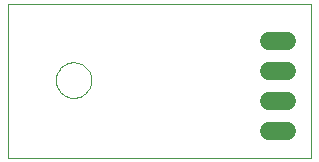
<source format=gbl>
G75*
G70*
%OFA0B0*%
%FSLAX24Y24*%
%IPPOS*%
%LPD*%
%AMOC8*
5,1,8,0,0,1.08239X$1,22.5*
%
%ADD10C,0.0000*%
%ADD11C,0.0600*%
D10*
X000101Y000381D02*
X000101Y005527D01*
X010221Y005527D01*
X010221Y000381D01*
X000101Y000381D01*
X001710Y002981D02*
X001712Y003029D01*
X001718Y003077D01*
X001728Y003124D01*
X001741Y003170D01*
X001759Y003215D01*
X001779Y003259D01*
X001804Y003301D01*
X001832Y003340D01*
X001862Y003377D01*
X001896Y003411D01*
X001933Y003443D01*
X001971Y003472D01*
X002012Y003497D01*
X002055Y003519D01*
X002100Y003537D01*
X002146Y003551D01*
X002193Y003562D01*
X002241Y003569D01*
X002289Y003572D01*
X002337Y003571D01*
X002385Y003566D01*
X002433Y003557D01*
X002479Y003545D01*
X002524Y003528D01*
X002568Y003508D01*
X002610Y003485D01*
X002650Y003458D01*
X002688Y003428D01*
X002723Y003395D01*
X002755Y003359D01*
X002785Y003321D01*
X002811Y003280D01*
X002833Y003237D01*
X002853Y003193D01*
X002868Y003148D01*
X002880Y003101D01*
X002888Y003053D01*
X002892Y003005D01*
X002892Y002957D01*
X002888Y002909D01*
X002880Y002861D01*
X002868Y002814D01*
X002853Y002769D01*
X002833Y002725D01*
X002811Y002682D01*
X002785Y002641D01*
X002755Y002603D01*
X002723Y002567D01*
X002688Y002534D01*
X002650Y002504D01*
X002610Y002477D01*
X002568Y002454D01*
X002524Y002434D01*
X002479Y002417D01*
X002433Y002405D01*
X002385Y002396D01*
X002337Y002391D01*
X002289Y002390D01*
X002241Y002393D01*
X002193Y002400D01*
X002146Y002411D01*
X002100Y002425D01*
X002055Y002443D01*
X002012Y002465D01*
X001971Y002490D01*
X001933Y002519D01*
X001896Y002551D01*
X001862Y002585D01*
X001832Y002622D01*
X001804Y002661D01*
X001779Y002703D01*
X001759Y002747D01*
X001741Y002792D01*
X001728Y002838D01*
X001718Y002885D01*
X001712Y002933D01*
X001710Y002981D01*
D11*
X008801Y003281D02*
X009401Y003281D01*
X009401Y004281D02*
X008801Y004281D01*
X008801Y002281D02*
X009401Y002281D01*
X009401Y001281D02*
X008801Y001281D01*
M02*

</source>
